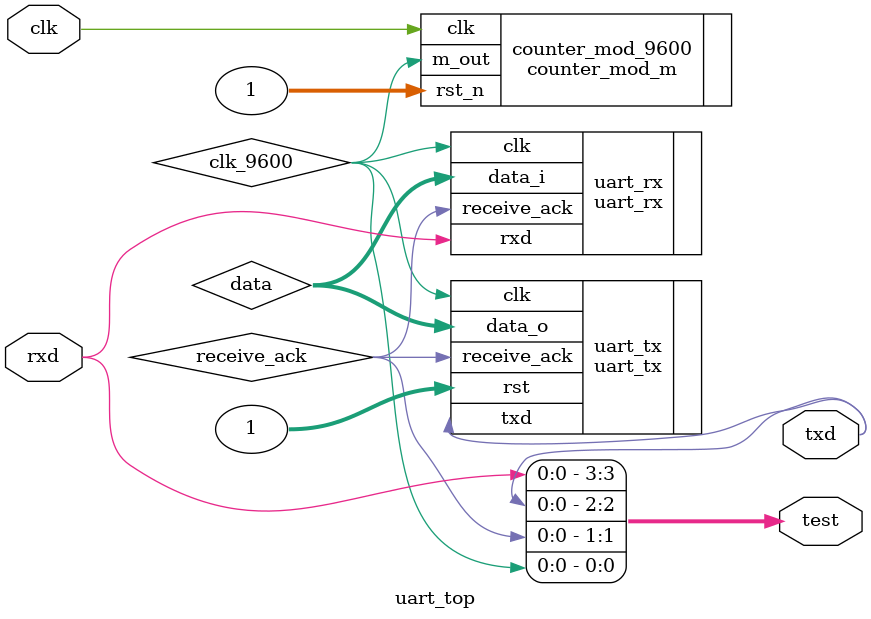
<source format=v>
`timescale 1ns / 1ps


module uart_top(
    input wire rxd,
    input wire clk,
    output wire txd,
    output wire [3:0] test
    );

    localparam Baud_Rate = 9600;
    localparam div_num = 'd100_000_000 / Baud_Rate;

    wire clk_9600;        
    wire receive_ack;
    wire [7:0] data;

    //  9600时钟信号分频
    counter_mod_m #(.M(div_num+1), .N(20)) counter_mod_9600(
        .clk(clk),
        .m_out(clk_9600),
        .rst_n(1)
    );

/*    clk_div clk_div(
        .clk(clk),
        .clk_out(clk_9600)
    );
*/
    uart_tx uart_tx(
        .clk(clk_9600),
        .txd(txd),
        .rst(1),
        .data_o(data),
        .receive_ack(receive_ack)
    );

    uart_rx uart_rx(
        .clk(clk_9600),
        .rxd(rxd),
        .data_i(data),
        .receive_ack(receive_ack)
    );
    
    assign test[0] = clk_9600;
    assign test[1] = receive_ack;
    assign test[2] = txd;
    assign test[3] = rxd;

endmodule

</source>
